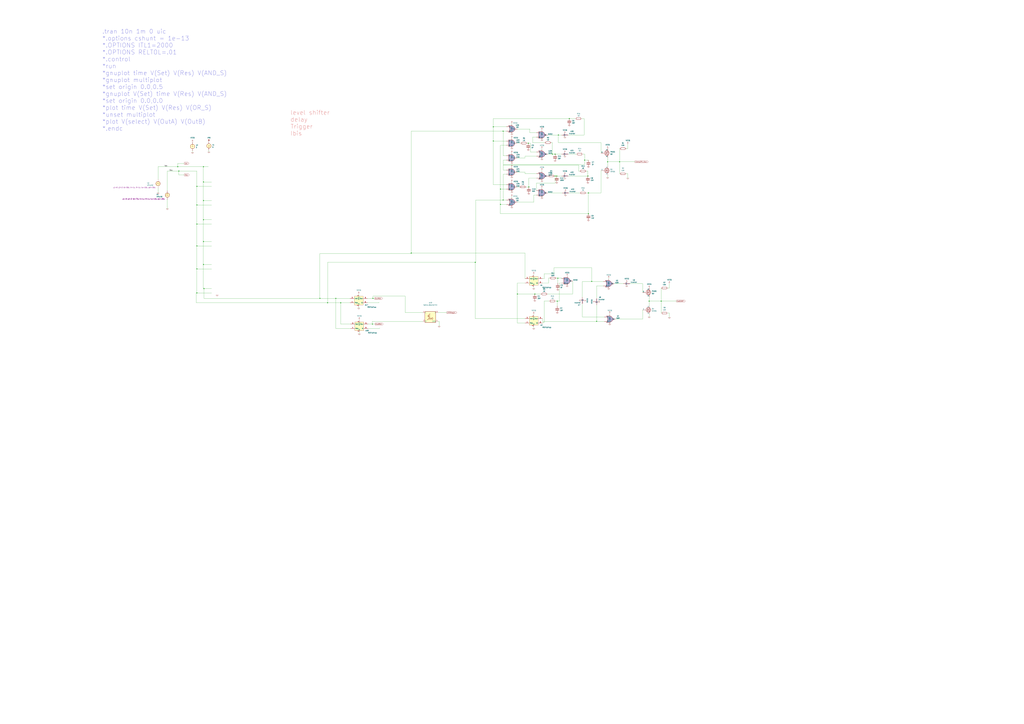
<source format=kicad_sch>
(kicad_sch (version 20230121) (generator eeschema)
  (paper "A0")
  (junction (at 581.025 219.71))
  (junction (at 228.6 216.535))
  (junction (at 682.625 204.47))
  (junction (at 380.365 351.79))
  (junction (at 584.2 232.41))
  (junction (at 371.475 346.71))
  (junction (at 648.335 156.845))
  (junction (at 433.07 346.71))
  (junction (at 236.22 211.455))
  (junction (at 621.03 341.63))
  (junction (at 647.065 349.885))
  (junction (at 581.025 237.49))
  (junction (at 228.6 238.125))
  (junction (at 705.485 187.96))
  (junction (at 646.43 204.47))
  (junction (at 692.785 373.38))
  (junction (at 236.22 280.67))
  (junction (at 228.6 285.75))
  (junction (at 584.2 152.4))
  (junction (at 236.22 233.045))
  (junction (at 551.815 304.8))
  (junction (at 678.815 186.055))
  (junction (at 206.375 193.675))
  (junction (at 641.35 179.07))
  (junction (at 644.525 204.47))
  (junction (at 389.89 346.71))
  (junction (at 683.26 248.285))
  (junction (at 767.715 349.885))
  (junction (at 207.645 198.755))
  (junction (at 236.22 193.675))
  (junction (at 613.41 166.37))
  (junction (at 753.745 349.885))
  (junction (at 614.045 217.17))
  (junction (at 395.605 351.79))
  (junction (at 644.525 179.07))
  (junction (at 600.71 341.63))
  (junction (at 572.77 147.32))
  (junction (at 647.7 323.215))
  (junction (at 661.035 137.795))
  (junction (at 228.6 312.42))
  (junction (at 228.6 340.36))
  (junction (at 236.855 335.28))
  (junction (at 572.77 163.83))
  (junction (at 719.455 187.96))
  (junction (at 236.22 307.34))
  (junction (at 432.435 376.555))
  (junction (at 683.26 224.155))
  (junction (at 477.52 294.005))
  (junction (at 687.07 327.025))
  (junction (at 228.6 260.35))
  (junction (at 236.22 255.27))
  (wire (pts (xy 477.52 294.005) (xy 477.52 294.64)))
  (wire (pts (xy 236.22 193.675) (xy 241.935 193.675)))
  (wire (pts (xy 708.025 375.92) (xy 708.025 376.555)))
  (wire (pts (xy 644.525 212.725) (xy 644.525 204.47)))
  (wire (pts (xy 470.535 344.17) (xy 433.07 344.17)))
  (wire (pts (xy 629.285 209.55) (xy 629.285 210.185)))
  (wire (pts (xy 629.285 151.13) (xy 629.285 151.765)))
  (wire (pts (xy 687.07 327.025) (xy 676.275 327.025)))
  (wire (pts (xy 719.455 187.96) (xy 719.455 201.93)))
  (wire (pts (xy 676.275 368.3) (xy 701.675 368.3)))
  (wire (pts (xy 678.815 186.055) (xy 683.26 186.055)))
  (wire (pts (xy 714.375 370.84) (xy 746.125 370.84)))
  (wire (pts (xy 416.56 341.63) (xy 416.56 342.9)))
  (wire (pts (xy 615.95 166.37) (xy 615.95 176.53)))
  (wire (pts (xy 658.495 320.675) (xy 658.495 321.31)))
  (wire (pts (xy 194.31 198.755) (xy 194.31 221.615)))
  (wire (pts (xy 609.6 200.025) (xy 609.6 201.93)))
  (wire (pts (xy 644.525 204.47) (xy 646.43 204.47)))
  (wire (pts (xy 572.77 137.795) (xy 572.77 147.32)))
  (wire (pts (xy 581.025 248.285) (xy 683.26 248.285)))
  (wire (pts (xy 635.635 224.155) (xy 652.78 224.155)))
  (wire (pts (xy 600.71 328.93) (xy 609.6 328.93)))
  (wire (pts (xy 706.755 323.215) (xy 706.755 324.485)))
  (wire (pts (xy 426.72 346.71) (xy 433.07 346.71)))
  (wire (pts (xy 417.195 371.475) (xy 417.195 372.745)))
  (wire (pts (xy 594.36 160.655) (xy 594.36 161.29)))
  (wire (pts (xy 245.745 233.045) (xy 236.22 233.045)))
  (wire (pts (xy 584.2 186.055) (xy 584.2 191.135)))
  (wire (pts (xy 609.6 201.93) (xy 622.935 201.93)))
  (wire (pts (xy 594.36 177.8) (xy 594.36 178.435)))
  (wire (pts (xy 227.965 340.36) (xy 227.965 351.79)))
  (wire (pts (xy 659.765 156.845) (xy 678.18 156.845)))
  (wire (pts (xy 629.285 229.235) (xy 629.285 229.87)))
  (wire (pts (xy 622.935 159.385) (xy 618.49 159.385)))
  (wire (pts (xy 643.89 204.47) (xy 644.525 204.47)))
  (wire (pts (xy 777.24 368.935) (xy 777.24 363.855)))
  (wire (pts (xy 644.525 179.07) (xy 652.145 179.07)))
  (wire (pts (xy 440.69 381) (xy 440.69 381.635)))
  (wire (pts (xy 615.95 176.53) (xy 622.935 176.53)))
  (wire (pts (xy 395.605 376.555) (xy 395.605 351.79)))
  (wire (pts (xy 612.14 166.37) (xy 613.41 166.37)))
  (wire (pts (xy 581.025 219.71) (xy 581.025 168.91)))
  (wire (pts (xy 183.515 218.44) (xy 183.515 224.155)))
  (wire (pts (xy 636.905 328.93) (xy 629.92 328.93)))
  (wire (pts (xy 236.22 280.67) (xy 236.22 307.34)))
  (wire (pts (xy 731.52 329.565) (xy 746.125 329.565)))
  (wire (pts (xy 490.855 373.38) (xy 432.435 373.38)))
  (wire (pts (xy 640.08 165.735) (xy 641.35 165.735)))
  (wire (pts (xy 708.025 364.49) (xy 708.025 365.76)))
  (wire (pts (xy 753.745 365.125) (xy 753.745 368.3)))
  (wire (pts (xy 719.455 187.96) (xy 705.485 187.96)))
  (wire (pts (xy 614.045 207.01) (xy 614.045 217.17)))
  (wire (pts (xy 509.905 379.095) (xy 509.905 373.38)))
  (wire (pts (xy 664.845 326.39) (xy 664.845 341.63)))
  (wire (pts (xy 629.92 323.85) (xy 631.825 323.85)))
  (wire (pts (xy 594.36 205.105) (xy 594.36 205.74)))
  (wire (pts (xy 658.495 331.47) (xy 658.495 332.105)))
  (wire (pts (xy 584.2 197.485) (xy 584.2 191.77)))
  (wire (pts (xy 621.03 341.63) (xy 600.71 341.63)))
  (wire (pts (xy 619.76 318.77) (xy 619.76 320.04)))
  (wire (pts (xy 643.255 318.135) (xy 643.255 311.15)))
  (wire (pts (xy 680.72 224.155) (xy 683.26 224.155)))
  (wire (pts (xy 647.065 349.885) (xy 647.065 355.6)))
  (wire (pts (xy 655.955 180.34) (xy 655.955 181.61)))
  (wire (pts (xy 609.6 183.515) (xy 609.6 181.61)))
  (wire (pts (xy 629.285 172.72) (xy 629.285 173.99)))
  (wire (pts (xy 584.2 180.975) (xy 584.2 152.4)))
  (wire (pts (xy 746.125 339.725) (xy 746.125 329.565)))
  (wire (pts (xy 728.98 201.93) (xy 727.075 201.93)))
  (wire (pts (xy 700.405 332.105) (xy 692.785 332.105)))
  (wire (pts (xy 594.36 228.6) (xy 594.36 229.87)))
  (wire (pts (xy 581.025 168.91) (xy 588.01 168.91)))
  (wire (pts (xy 635.635 204.47) (xy 636.27 204.47)))
  (wire (pts (xy 236.855 335.28) (xy 236.855 346.71)))
  (wire (pts (xy 206.375 193.675) (xy 236.22 193.675)))
  (wire (pts (xy 649.605 349.885) (xy 649.605 328.93)))
  (wire (pts (xy 432.435 373.38) (xy 432.435 376.555)))
  (wire (pts (xy 628.015 341.63) (xy 621.03 341.63)))
  (wire (pts (xy 572.77 147.32) (xy 588.01 147.32)))
  (wire (pts (xy 245.745 307.34) (xy 236.22 307.34)))
  (wire (pts (xy 713.105 329.565) (xy 723.9 329.565)))
  (wire (pts (xy 652.145 323.215) (xy 652.145 323.85)))
  (wire (pts (xy 705.485 187.96) (xy 705.485 193.04)))
  (wire (pts (xy 676.91 179.07) (xy 678.815 179.07)))
  (wire (pts (xy 440.055 351.155) (xy 440.055 351.79)))
  (wire (pts (xy 652.145 323.215) (xy 647.7 323.215)))
  (wire (pts (xy 236.22 255.27) (xy 236.22 233.045)))
  (wire (pts (xy 245.745 312.42) (xy 228.6 312.42)))
  (wire (pts (xy 659.765 204.47) (xy 682.625 204.47)))
  (wire (pts (xy 767.715 349.885) (xy 767.715 363.855)))
  (wire (pts (xy 692.785 332.105) (xy 692.785 346.71)))
  (wire (pts (xy 228.6 216.535) (xy 228.6 198.755)))
  (wire (pts (xy 643.255 311.15) (xy 687.07 311.15)))
  (wire (pts (xy 610.87 217.17) (xy 614.045 217.17)))
  (wire (pts (xy 719.455 172.72) (xy 719.455 187.96)))
  (wire (pts (xy 629.92 373.38) (xy 629.92 370.205)))
  (wire (pts (xy 777.24 363.855) (xy 775.335 363.855)))
  (wire (pts (xy 380.365 351.79) (xy 380.365 304.8)))
  (wire (pts (xy 600.71 149.86) (xy 615.315 149.86)))
  (wire (pts (xy 228.6 285.75) (xy 245.745 285.75)))
  (wire (pts (xy 371.475 294.64) (xy 371.475 346.71)))
  (wire (pts (xy 785.495 349.885) (xy 767.715 349.885)))
  (wire (pts (xy 678.815 186.055) (xy 678.815 191.135)))
  (wire (pts (xy 629.285 161.925) (xy 629.285 162.56)))
  (wire (pts (xy 194.31 198.755) (xy 207.645 198.755)))
  (wire (pts (xy 683.26 224.155) (xy 683.26 248.285)))
  (wire (pts (xy 622.935 212.725) (xy 622.935 221.615)))
  (wire (pts (xy 584.2 197.485) (xy 588.01 197.485)))
  (wire (pts (xy 245.745 340.36) (xy 228.6 340.36)))
  (wire (pts (xy 594.36 171.45) (xy 594.36 172.085)))
  (wire (pts (xy 728.98 207.01) (xy 728.98 201.93)))
  (wire (pts (xy 236.855 346.71) (xy 371.475 346.71)))
  (wire (pts (xy 697.865 198.12) (xy 697.865 224.155)))
  (wire (pts (xy 228.6 238.125) (xy 228.6 260.35)))
  (wire (pts (xy 581.025 248.285) (xy 581.025 237.49)))
  (wire (pts (xy 630.555 375.285) (xy 629.92 375.285)))
  (wire (pts (xy 629.285 198.12) (xy 629.285 199.39)))
  (wire (pts (xy 656.59 225.425) (xy 656.59 226.695)))
  (wire (pts (xy 594.36 240.03) (xy 594.36 240.665)))
  (wire (pts (xy 619.76 381.635) (xy 619.76 379.095)))
  (wire (pts (xy 622.935 212.725) (xy 644.525 212.725)))
  (wire (pts (xy 600.71 234.95) (xy 619.76 234.95)))
  (wire (pts (xy 767.715 349.885) (xy 753.745 349.885)))
  (wire (pts (xy 427.355 381.635) (xy 440.69 381.635)))
  (wire (pts (xy 206.375 189.865) (xy 213.995 189.865)))
  (wire (pts (xy 638.175 323.215) (xy 636.905 323.215)))
  (wire (pts (xy 426.72 351.79) (xy 440.055 351.79)))
  (wire (pts (xy 622.935 226.695) (xy 619.76 226.695)))
  (wire (pts (xy 609.6 294.005) (xy 477.52 294.005)))
  (wire (pts (xy 676.275 327.025) (xy 676.275 345.44)))
  (wire (pts (xy 588.01 186.055) (xy 584.2 186.055)))
  (wire (pts (xy 655.955 205.74) (xy 655.955 207.01)))
  (wire (pts (xy 427.355 376.555) (xy 432.435 376.555)))
  (wire (pts (xy 588.01 214.63) (xy 572.77 214.63)))
  (wire (pts (xy 613.41 166.37) (xy 615.95 166.37)))
  (wire (pts (xy 678.18 137.795) (xy 678.18 156.845)))
  (wire (pts (xy 631.825 349.885) (xy 637.54 349.885)))
  (wire (pts (xy 417.195 387.985) (xy 417.195 385.445)))
  (wire (pts (xy 643.255 318.135) (xy 631.825 318.135)))
  (wire (pts (xy 588.01 163.83) (xy 572.77 163.83)))
  (wire (pts (xy 609.6 181.61) (xy 622.935 181.61)))
  (wire (pts (xy 490.855 363.22) (xy 470.535 363.22)))
  (wire (pts (xy 645.795 323.215) (xy 647.7 323.215)))
  (wire (pts (xy 206.375 189.865) (xy 206.375 193.675)))
  (wire (pts (xy 509.905 373.38) (xy 508.635 373.38)))
  (wire (pts (xy 629.285 184.15) (xy 629.285 184.785)))
  (wire (pts (xy 648.335 156.845) (xy 648.335 165.735)))
  (wire (pts (xy 416.56 358.14) (xy 416.56 355.6)))
  (wire (pts (xy 551.815 370.205) (xy 551.815 304.8)))
  (wire (pts (xy 477.52 294.64) (xy 371.475 294.64)))
  (wire (pts (xy 552.45 232.41) (xy 584.2 232.41)))
  (wire (pts (xy 236.22 280.67) (xy 245.745 280.67)))
  (wire (pts (xy 660.4 224.155) (xy 673.1 224.155)))
  (wire (pts (xy 619.76 365.125) (xy 619.76 366.395)))
  (wire (pts (xy 600.71 166.37) (xy 604.52 166.37)))
  (wire (pts (xy 629.92 373.38) (xy 692.785 373.38)))
  (wire (pts (xy 635.635 179.07) (xy 641.35 179.07)))
  (wire (pts (xy 432.435 376.555) (xy 435.61 376.555)))
  (wire (pts (xy 508.635 363.22) (xy 518.795 363.22)))
  (wire (pts (xy 236.22 211.455) (xy 245.745 211.455)))
  (wire (pts (xy 630.555 374.65) (xy 630.555 375.285)))
  (wire (pts (xy 407.035 376.555) (xy 395.605 376.555)))
  (wire (pts (xy 753.745 349.885) (xy 753.745 354.965)))
  (wire (pts (xy 727.075 172.72) (xy 728.98 172.72)))
  (wire (pts (xy 600.71 375.285) (xy 609.6 375.285)))
  (wire (pts (xy 682.625 198.755) (xy 682.625 204.47)))
  (wire (pts (xy 194.31 231.775) (xy 194.31 242.57)))
  (wire (pts (xy 236.22 255.27) (xy 236.22 280.67)))
  (wire (pts (xy 629.285 218.44) (xy 629.285 219.075)))
  (wire (pts (xy 236.22 193.675) (xy 236.22 211.455)))
  (wire (pts (xy 706.755 334.645) (xy 706.755 335.28)))
  (wire (pts (xy 572.77 137.795) (xy 661.035 137.795)))
  (wire (pts (xy 697.865 177.8) (xy 697.865 165.735)))
  (wire (pts (xy 227.965 340.36) (xy 228.6 340.36)))
  (wire (pts (xy 649.605 328.93) (xy 652.145 328.93)))
  (wire (pts (xy 594.36 222.25) (xy 594.36 222.885)))
  (wire (pts (xy 236.855 335.28) (xy 236.22 335.28)))
  (wire (pts (xy 648.335 165.735) (xy 697.865 165.735)))
  (wire (pts (xy 680.72 198.755) (xy 682.625 198.755)))
  (wire (pts (xy 622.935 207.01) (xy 614.045 207.01)))
  (wire (pts (xy 183.515 193.675) (xy 206.375 193.675)))
  (wire (pts (xy 600.71 183.515) (xy 609.6 183.515)))
  (wire (pts (xy 183.515 193.675) (xy 183.515 208.28)))
  (wire (pts (xy 694.055 350.52) (xy 695.325 350.52)))
  (wire (pts (xy 584.2 232.41) (xy 588.01 232.41)))
  (wire (pts (xy 245.745 255.27) (xy 236.22 255.27)))
  (wire (pts (xy 692.785 354.33) (xy 692.785 373.38)))
  (wire (pts (xy 775.335 334.645) (xy 777.24 334.645)))
  (wire (pts (xy 584.2 191.135) (xy 678.815 191.135)))
  (wire (pts (xy 647.7 323.215) (xy 647.7 328.93)))
  (wire (pts (xy 594.36 154.94) (xy 594.36 155.575)))
  (wire (pts (xy 631.825 349.885) (xy 631.825 374.65)))
  (wire (pts (xy 477.52 152.4) (xy 584.2 152.4)))
  (wire (pts (xy 676.275 353.06) (xy 676.275 368.3)))
  (wire (pts (xy 609.6 323.85) (xy 609.6 294.005)))
  (wire (pts (xy 675.005 349.25) (xy 673.735 349.25)))
  (wire (pts (xy 647.065 349.885) (xy 649.605 349.885)))
  (wire (pts (xy 572.77 214.63) (xy 572.77 163.83)))
  (wire (pts (xy 594.36 143.51) (xy 594.36 144.78)))
  (wire (pts (xy 433.07 344.17) (xy 433.07 346.71)))
  (wire (pts (xy 588.01 180.975) (xy 584.2 180.975)))
  (wire (pts (xy 581.025 237.49) (xy 581.025 219.71)))
  (wire (pts (xy 635.635 156.845) (xy 648.335 156.845)))
  (wire (pts (xy 705.485 187.96) (xy 705.485 182.88)))
  (wire (pts (xy 581.025 219.71) (xy 588.01 219.71)))
  (wire (pts (xy 552.45 304.8) (xy 552.45 232.41)))
  (wire (pts (xy 687.07 311.15) (xy 687.07 327.025)))
  (wire (pts (xy 692.785 373.38) (xy 701.675 373.38)))
  (wire (pts (xy 728.98 172.72) (xy 728.98 167.64)))
  (wire (pts (xy 228.6 260.35) (xy 228.6 285.75)))
  (wire (pts (xy 407.035 381.635) (xy 389.89 381.635)))
  (wire (pts (xy 594.36 188.595) (xy 594.36 189.23)))
  (wire (pts (xy 477.52 152.4) (xy 477.52 294.005)))
  (wire (pts (xy 600.71 341.63) (xy 600.71 328.93)))
  (wire (pts (xy 395.605 351.79) (xy 406.4 351.79)))
  (wire (pts (xy 659.765 179.07) (xy 669.29 179.07)))
  (wire (pts (xy 630.555 374.65) (xy 631.825 374.65)))
  (wire (pts (xy 705.485 203.2) (xy 705.485 206.375)))
  (wire (pts (xy 697.865 224.155) (xy 683.26 224.155)))
  (wire (pts (xy 389.89 346.71) (xy 406.4 346.71)))
  (wire (pts (xy 588.01 202.565) (xy 584.2 202.565)))
  (wire (pts (xy 641.35 165.735) (xy 641.35 179.07)))
  (wire (pts (xy 635.635 341.63) (xy 664.845 341.63)))
  (wire (pts (xy 380.365 351.79) (xy 395.605 351.79)))
  (wire (pts (xy 645.16 349.885) (xy 647.065 349.885)))
  (wire (pts (xy 228.6 216.535) (xy 245.745 216.535)))
  (wire (pts (xy 389.89 381.635) (xy 389.89 346.71)))
  (wire (pts (xy 594.36 194.31) (xy 594.36 194.945)))
  (wire (pts (xy 245.745 238.125) (xy 228.6 238.125)))
  (wire (pts (xy 618.49 159.385) (xy 618.49 165.735)))
  (wire (pts (xy 600.71 341.63) (xy 600.71 375.285)))
  (wire (pts (xy 631.825 318.135) (xy 631.825 323.85)))
  (wire (pts (xy 207.645 198.755) (xy 228.6 198.755)))
  (wire (pts (xy 641.35 179.07) (xy 644.525 179.07)))
  (wire (pts (xy 594.36 211.455) (xy 594.36 212.09)))
  (wire (pts (xy 687.07 327.025) (xy 700.405 327.025)))
  (wire (pts (xy 668.02 137.795) (xy 661.035 137.795)))
  (wire (pts (xy 236.22 307.34) (xy 236.22 335.28)))
  (wire (pts (xy 228.6 285.75) (xy 228.6 312.42)))
  (wire (pts (xy 228.6 238.125) (xy 228.6 216.535)))
  (wire (pts (xy 245.745 335.28) (xy 236.855 335.28)))
  (wire (pts (xy 615.315 154.305) (xy 622.935 154.305)))
  (wire (pts (xy 655.955 158.115) (xy 655.955 159.385)))
  (wire (pts (xy 671.83 198.755) (xy 673.1 198.755)))
  (wire (pts (xy 619.76 335.28) (xy 619.76 332.74)))
  (wire (pts (xy 767.715 334.645) (xy 767.715 349.885)))
  (wire (pts (xy 746.125 360.045) (xy 746.125 370.84)))
  (wire (pts (xy 227.965 351.79) (xy 380.365 351.79)))
  (wire (pts (xy 777.24 334.645) (xy 777.24 329.565)))
  (wire (pts (xy 213.995 203.2) (xy 207.645 203.2)))
  (wire (pts (xy 678.18 137.795) (xy 675.64 137.795)))
  (wire (pts (xy 646.43 204.47) (xy 652.145 204.47)))
  (wire (pts (xy 572.77 163.83) (xy 572.77 147.32)))
  (wire (pts (xy 551.815 370.205) (xy 609.6 370.205)))
  (wire (pts (xy 648.335 156.845) (xy 652.145 156.845)))
  (wire (pts (xy 380.365 304.8) (xy 551.815 304.8)))
  (wire (pts (xy 245.745 260.35) (xy 228.6 260.35)))
  (wire (pts (xy 619.76 226.695) (xy 619.76 234.95)))
  (wire (pts (xy 242.57 176.53) (xy 242.57 174.625)))
  (wire (pts (xy 207.645 203.2) (xy 207.645 198.755)))
  (wire (pts (xy 470.535 363.22) (xy 470.535 344.17)))
  (wire (pts (xy 636.905 323.215) (xy 636.905 328.93)))
  (wire (pts (xy 618.49 165.735) (xy 632.46 165.735)))
  (wire (pts (xy 584.2 191.77) (xy 671.83 191.77)))
  (wire (pts (xy 371.475 346.71) (xy 389.89 346.71)))
  (wire (pts (xy 551.815 304.8) (xy 552.45 304.8)))
  (wire (pts (xy 737.235 187.96) (xy 719.455 187.96)))
  (wire (pts (xy 581.025 237.49) (xy 588.01 237.49)))
  (wire (pts (xy 223.52 177.165) (xy 223.52 175.26)))
  (wire (pts (xy 584.2 202.565) (xy 584.2 232.41)))
  (wire (pts (xy 600.71 217.17) (xy 603.25 217.17)))
  (wire (pts (xy 433.07 346.71) (xy 434.975 346.71)))
  (wire (pts (xy 228.6 312.42) (xy 228.6 340.36)))
  (wire (pts (xy 753.745 349.885) (xy 753.745 344.805)))
  (wire (pts (xy 236.22 233.045) (xy 236.22 211.455)))
  (wire (pts (xy 727.71 330.835) (xy 727.71 332.105)))
  (wire (pts (xy 615.315 149.86) (xy 615.315 154.305)))
  (wire (pts (xy 678.815 179.07) (xy 678.815 186.055)))
  (wire (pts (xy 584.2 152.4) (xy 588.01 152.4)))
  (wire (pts (xy 671.83 191.77) (xy 671.83 198.755)))
  (wire (pts (xy 600.71 200.025) (xy 609.6 200.025)))
  (text ".tran 10n 1m 0 uic\n*.options cshunt = 1e-13\n*.OPTIONS ITL1=2000\n*.OPTIONS RELTOL=.01\n*.control\n*run\n*gnuplot time V(Set) V(Res) V(AND_S)\n*gnuplot multiplot\n*set origin 0.0,0.5\n*gnuplot V(Set) time V(Res) V(AND_S)\n*set origin 0.0,0.0\n*plot time V(Set) V(Res) V(OR_S)\n*unset multiplot\n*plot V(select) V(OutA) V(OutB)\n*.endc" (at 118.745 152.4 0) (effects (font (size 5.0038 5.0038)) (justify left bottom)))
  (text "level shifter\ndelay\nTrigger\nIbis" (at 337.185 158.115 0) (effects (font (size 5 5)) (justify left bottom)))
  (label "Set" (at 191.135 193.675 0))
  (label "Res" (at 196.85 198.755 0))
  (global_label "OutRS3" (shape output) (at 435.61 376.555 0) (property "Intersheetrefs" "${INTERSHEET_REFS}" (effects hide)))
  (global_label "Res" (shape output) (at 213.995 203.2 0) (property "Intersheetrefs" "${INTERSHEET_REFS}" (effects hide)))
  (global_label "CP2Magic" (shape output) (at 518.795 363.22 0) (property "Intersheetrefs" "${INTERSHEET_REFS}" (effects hide)))
  (global_label "Set" (shape output) (at 213.995 189.865 0) (property "Intersheetrefs" "${INTERSHEET_REFS}" (effects hide)))
  (global_label "CoOOMP" (shape output) (at 785.495 349.885 0) (property "Intersheetrefs" "${INTERSHEET_REFS}" (effects hide)))
  (global_label "Comp2PLLOut" (shape output) (at 737.235 187.96 0) (property "Intersheetrefs" "${INTERSHEET_REFS}" (effects hide)))
  (global_label "OutRS2" (shape output) (at 434.975 346.71 0) (property "Intersheetrefs" "${INTERSHEET_REFS}" (effects hide)))
  (symbol (lib_id "power:VCCQ") (at 691.515 350.52 90) (unit 1)
    (property "Reference" "#PWR08" (effects hide))
    (property "Value" "VCCQ" (at 687.07 350.52 0))
  )
  (symbol (lib_id "Simulation_SPICE:VDC") (at 223.52 170.18 0) (unit 1)
    (property "Reference" "V2" (at 227.33 168.7802 0) (effects (justify left)))
    (property "Value" "5" (at 227.33 171.3202 0) (effects (justify left)))
    (property "Sim.Pins" "1=+ 2=-" (effects hide))
    (property "Sim.Type" "DC" (effects hide))
    (property "Sim.Device" "V" (effects hide))
  )
  (symbol (lib_id "Switch_Behavior_003_TFN-rescue:0-pspice") (at 705.485 206.375 0) (unit 1)
    (property "Reference" "#GND012" (effects hide))
    (property "Value" "0" (effects hide))
  )
  (symbol (lib_id "power:VCCQ") (at 629.285 198.12 0) (unit 1)
    (property "Reference" "#PWR032" (effects hide))
    (property "Value" "VCCQ" (at 629.285 194.31 0))
  )
  (symbol (lib_id "power:VCCQ") (at 677.545 349.25 270) (unit 1)
    (property "Reference" "#PWR09" (effects hide))
    (property "Value" "VCCQ" (at 681.99 349.25 0))
  )
  (symbol (lib_id "power:VCCQ") (at 594.36 228.6 0) (unit 1)
    (property "Reference" "#PWR024" (effects hide))
    (property "Value" "VCCQ" (at 598.17 227.965 0))
  )
  (symbol (lib_id "power:VCCQ") (at 629.285 218.44 0) (unit 1)
    (property "Reference" "#PWR030" (effects hide))
    (property "Value" "VCCQ" (at 629.285 214.63 0))
  )
  (symbol (lib_id "Switch_Behavior_003_TFN-rescue:0-pspice") (at 629.285 162.56 0) (unit 1)
    (property "Reference" "#GND036" (effects hide))
    (property "Value" "0" (effects hide))
  )
  (symbol (lib_id "Simulation_SPICE:VPULSE") (at 194.31 226.695 0) (unit 1)
    (property "Reference" "V4" (at 181.61 226.06 0) (effects (justify left)))
    (property "Value" "VPULSE" (at 181.61 228.6 0) (effects (justify left)))
    (property "Sim.Pins" "1=+ 2=-" (effects hide))
    (property "Sim.Type" "PULSE" (effects hide))
    (property "Sim.Device" "V" (effects hide))
    (property "Sim.Params" "y1=0 y2=3 td=75u tr=1u tf=1u tw=10u per=30u" (at 142.24 231.14 0) (effects (justify left)))
  )
  (symbol (lib_id "Switch_Behavior_003_TFN-rescue:0-pspice") (at 613.41 173.99 0) (unit 1)
    (property "Reference" "#GND048" (effects hide))
    (property "Value" "0" (effects hide))
  )
  (symbol (lib_id "power:VCCQ") (at 594.36 177.8 0) (unit 1)
    (property "Reference" "#PWR026" (effects hide))
    (property "Value" "VCCQ" (at 598.805 177.165 0))
  )
  (symbol (lib_id "0xActiveSpice:AND") (at 594.36 183.515 0) (unit 1)
    (property "Reference" "U23" (at 601.345 179.8671 0))
    (property "Value" "AND" (at 601.345 182.4071 0))
    (property "Sim.Library" "${ACTIVESPICE}\\ActiveSpiceModel\\MOD_AND_Activetronics_001_TFN.lib" (effects hide))
    (property "Sim.Name" "ANDgate" (effects hide))
    (property "Sim.Device" "SUBCKT" (effects hide))
    (property "Sim.Pins" "1=VCC 2=G 3=A 4=B 5=S" (effects hide))
  )
  (symbol (lib_id "0xActiveSpice:AND") (at 594.36 217.17 0) (unit 1)
    (property "Reference" "U25" (at 601.345 213.5221 0))
    (property "Value" "AND" (at 601.345 216.0621 0))
    (property "Sim.Library" "${ACTIVESPICE}\\ActiveSpiceModel\\MOD_AND_Activetronics_001_TFN.lib" (effects hide))
    (property "Sim.Name" "ANDgate" (effects hide))
    (property "Sim.Device" "SUBCKT" (effects hide))
    (property "Sim.Pins" "1=VCC 2=G 3=A 4=B 5=S" (effects hide))
  )
  (symbol (lib_id "Simulation_SPICE:VDC") (at 242.57 169.545 180) (unit 1)
    (property "Reference" "V1" (at 246.38 168.4048 0) (effects (justify right)))
    (property "Value" "5" (at 246.38 170.9448 0) (effects (justify right)))
    (property "Sim.Pins" "1=+ 2=-" (effects hide))
    (property "Sim.Type" "DC" (effects hide))
    (property "Sim.Device" "V" (effects hide))
  )
  (symbol (lib_id "Switch_Behavior_003_TFN-rescue:0-pspice") (at 646.43 212.09 0) (unit 1)
    (property "Reference" "#GND053" (effects hide))
    (property "Value" "0" (effects hide))
  )
  (symbol (lib_id "Switch_Behavior_003_TFN-rescue:0-pspice") (at 594.36 240.665 0) (unit 1)
    (property "Reference" "#GND031" (effects hide))
    (property "Value" "0" (effects hide))
  )
  (symbol (lib_name "74LVC1GU04DRL_2") (lib_id "74xGxx:74LVC1GU04DRL") (at 416.56 349.25 0) (unit 1)
    (property "Reference" "U17" (at 425.45 354.33 0))
    (property "Value" "RSFlipFlop" (at 431.8 356.87 0))
    (property "Sim.Library" "D:\\0100-Kicad-ActiveSpice\\ActiveSpice\\ActiveSpiceModel\\MOD_RSFlipFlop_Activetronics_001_TFN.lib" (effects hide))
    (property "Sim.Name" "RSFlipFlop" (effects hide))
    (property "Sim.Device" "SUBCKT" (effects hide))
    (property "Sim.Pins" "1=VCC 2=G 3=Set 4=Res 5=Out 6=Q" (effects hide))
  )
  (symbol (lib_id "Switch_Behavior_003_TFN-rescue:0-pspice") (at 594.36 155.575 0) (unit 1)
    (property "Reference" "#GND030" (effects hide))
    (property "Value" "0" (effects hide))
  )
  (symbol (lib_id "Device:C") (at 613.41 170.18 0) (unit 1)
    (property "Reference" "C5" (at 617.22 168.91 0) (effects (justify left)))
    (property "Value" "5f" (at 617.22 171.45 0) (effects (justify left)))
  )
  (symbol (lib_id "Device:R") (at 723.265 201.93 90) (unit 1)
    (property "Reference" "R2" (at 723.265 195.58 90))
    (property "Value" "10K" (at 723.265 198.12 90))
  )
  (symbol (lib_id "Device:R") (at 636.27 165.735 90) (unit 1)
    (property "Reference" "R3" (at 636.27 160.02 90))
    (property "Value" "10" (at 636.27 162.56 90))
  )
  (symbol (lib_id "power:VCCQ") (at 728.98 167.64 0) (unit 1)
    (property "Reference" "#PWR011" (effects hide))
    (property "Value" "VCCQ" (at 728.98 163.195 0))
  )
  (symbol (lib_id "Switch_Behavior_003_TFN-rescue:0-pspice") (at 661.035 145.415 0) (unit 1)
    (property "Reference" "#GND044" (effects hide))
    (property "Value" "0" (effects hide))
  )
  (symbol (lib_id "power:VSS") (at 242.57 164.465 0) (unit 1)
    (property "Reference" "#PWR01" (effects hide))
    (property "Value" "VSS" (at 242.57 160.02 0))
  )
  (symbol (lib_id "Switch_Behavior_003_TFN-rescue:0-pspice") (at 753.745 368.3 0) (unit 1)
    (property "Reference" "#GND016" (effects hide))
    (property "Value" "0" (effects hide))
  )
  (symbol (lib_id "Switch_Behavior_003_TFN-rescue:0-pspice") (at 619.76 335.28 0) (unit 1)
    (property "Reference" "#GND03" (effects hide))
    (property "Value" "0" (effects hide))
  )
  (symbol (lib_id "Device:C") (at 683.26 252.095 0) (unit 1)
    (property "Reference" "C9" (at 686.435 250.825 0) (effects (justify left)))
    (property "Value" "15f" (at 686.435 253.365 0) (effects (justify left)))
  )
  (symbol (lib_id "Device:R") (at 640.08 204.47 90) (unit 1)
    (property "Reference" "R4" (at 640.08 198.755 90))
    (property "Value" "10" (at 640.08 201.295 90))
  )
  (symbol (lib_id "Switch_Behavior_003_TFN-rescue:0-pspice") (at 629.285 184.785 0) (unit 1)
    (property "Reference" "#GND038" (effects hide))
    (property "Value" "0" (effects hide))
  )
  (symbol (lib_id "power:VCCQ") (at 705.485 172.72 0) (unit 1)
    (property "Reference" "#PWR010" (effects hide))
    (property "Value" "VCCQ" (at 705.485 168.275 0))
  )
  (symbol (lib_id "Switch_Behavior_003_TFN-rescue:0-pspice") (at 416.56 358.14 0) (unit 1)
    (property "Reference" "#GND027" (effects hide))
    (property "Value" "0" (effects hide))
  )
  (symbol (lib_id "Device:R") (at 723.265 172.72 90) (unit 1)
    (property "Reference" "R1" (at 723.265 166.37 90))
    (property "Value" "10K" (at 723.265 168.91 90))
  )
  (symbol (lib_id "power:VCCQ") (at 706.755 323.215 0) (unit 1)
    (property "Reference" "#PWR05" (effects hide))
    (property "Value" "VCCQ" (at 706.755 319.405 0))
  )
  (symbol (lib_name "74LVC1GU04DRL_2") (lib_id "74xGxx:74LVC1GU04DRL") (at 619.76 372.745 0) (unit 1)
    (property "Reference" "U2" (at 628.65 377.825 0))
    (property "Value" "RSFlipFlop" (at 635 380.365 0))
    (property "Sim.Library" "D:\\0100-Kicad-ActiveSpice\\ActiveSpice\\ActiveSpiceModel\\MOD_RSFlipFlop_Activetronics_001_TFN.lib" (effects hide))
    (property "Sim.Name" "RSFlipFlop" (effects hide))
    (property "Sim.Device" "SUBCKT" (effects hide))
    (property "Sim.Pins" "1=VCC 2=G 3=Set 4=Res 5=Out 6=Q" (effects hide))
  )
  (symbol (lib_id "power:VCCQ") (at 727.71 328.295 0) (unit 1)
    (property "Reference" "#PWR07" (effects hide))
    (property "Value" "VCCQ" (at 727.71 323.85 0))
  )
  (symbol (lib_id "power:VCCQ") (at 753.745 334.645 0) (unit 1)
    (property "Reference" "#PWR014" (effects hide))
    (property "Value" "VCCQ" (at 753.745 330.2 0))
  )
  (symbol (lib_id "Switch_Behavior_003_TFN-rescue:0-pspice") (at 682.625 212.09 0) (unit 1)
    (property "Reference" "#GND046" (effects hide))
    (property "Value" "0" (effects hide))
  )
  (symbol (lib_id "0xActiveSpice:NOR") (at 706.755 329.565 0) (unit 1)
    (property "Reference" "U3" (at 716.28 325.9171 0))
    (property "Value" "NOR" (at 716.28 328.4571 0))
    (property "Sim.Library" "${ACTIVESPICE}\\ActiveSpiceModel\\MOD_NOR_Activetronics_001_TFN.lib" (effects hide))
    (property "Sim.Name" "NOR_GATE" (effects hide))
    (property "Sim.Device" "SUBCKT" (effects hide))
    (property "Sim.Pins" "1=VCC 2=G 3=A 4=B 5=S" (effects hide))
  )
  (symbol (lib_id "Switch_Behavior_003_TFN-rescue:0-pspice") (at 683.26 193.675 0) (unit 1)
    (property "Reference" "#GND045" (effects hide))
    (property "Value" "0" (effects hide))
  )
  (symbol (lib_id "Simulation_SPICE:PMOS") (at 702.945 177.8 0) (mirror x) (unit 1)
    (property "Reference" "Q2" (at 708.66 179.07 0) (effects (justify left)))
    (property "Value" "PMOS" (at 708.66 176.53 0) (effects (justify left)))
    (property "Datasheet" "https://ngspice.sourceforge.io/docs/ngspice-manual.pdf" (effects hide))
    (property "Sim.Device" "PMOS" (effects hide))
    (property "Sim.Type" "VDMOS" (effects hide))
    (property "Sim.Pins" "1=D 2=G 3=S" (effects hide))
    (property "Sim.Params" "vto=0.3" (effects hide))
  )
  (symbol (lib_id "Switch_Behavior_003_TFN-rescue:0-pspice") (at 194.31 242.57 0) (unit 1)
    (property "Reference" "#GND07" (effects hide))
    (property "Value" "0" (effects hide))
  )
  (symbol (lib_id "Switch_Behavior_003_TFN-rescue:0-pspice") (at 647.7 336.55 0) (unit 1)
    (property "Reference" "#GND020" (effects hide))
    (property "Value" "0" (effects hide))
  )
  (symbol (lib_id "Device:C") (at 644.525 182.88 0) (unit 1)
    (property "Reference" "C11" (at 647.7 181.61 0) (effects (justify left)))
    (property "Value" "50f" (at 647.7 184.15 0) (effects (justify left)))
  )
  (symbol (lib_id "0xActiveSpice:NOR") (at 708.025 370.84 0) (unit 1)
    (property "Reference" "U4" (at 717.55 367.1921 0))
    (property "Value" "NOR" (at 717.55 369.7321 0))
    (property "Sim.Library" "${ACTIVESPICE}\\ActiveSpiceModel\\MOD_NOR_Activetronics_001_TFN.lib" (effects hide))
    (property "Sim.Name" "NOR_GATE" (effects hide))
    (property "Sim.Device" "SUBCKT" (effects hide))
    (property "Sim.Pins" "1=VCC 2=G 3=A 4=B 5=S" (effects hide))
  )
  (symbol (lib_id "power:VCCQ") (at 629.285 172.72 0) (unit 1)
    (property "Reference" "#PWR031" (effects hide))
    (property "Value" "VCCQ" (at 629.285 168.91 0))
  )
  (symbol (lib_id "Switch_Behavior_003_TFN-rescue:0-pspice") (at 252.095 342.9 0) (unit 1)
    (property "Reference" "#GND011" (effects hide))
    (property "Value" "0" (effects hide))
  )
  (symbol (lib_id "0xActiveSpice:INVERTER") (at 676.275 349.25 270) (unit 1)
    (property "Reference" "U7" (at 672.465 354.33 90))
    (property "Value" "Inverter" (at 670.56 351.79 90))
    (property "Sim.Library" "${ACTIVESPICE}\\ActiveSpiceModel\\MOD_INV_Activetronics_001_TFN.lib" (effects hide))
    (property "Sim.Name" "INV_GATE" (effects hide))
    (property "Sim.Device" "SUBCKT" (effects hide))
    (property "Sim.Pins" "1=VCC 2=G 3=A 4=S" (effects hide))
  )
  (symbol (lib_id "Switch_Behavior_003_TFN-rescue:0-pspice") (at 647.065 363.22 0) (unit 1)
    (property "Reference" "#GND019" (effects hide))
    (property "Value" "0" (effects hide))
  )
  (symbol (lib_id "Simulation_SPICE:VPULSE") (at 183.515 213.36 0) (unit 1)
    (property "Reference" "V3" (at 170.815 212.725 0) (effects (justify left)))
    (property "Value" "VPULSE" (at 170.815 215.265 0) (effects (justify left)))
    (property "Sim.Pins" "1=+ 2=-" (effects hide))
    (property "Sim.Type" "PULSE" (effects hide))
    (property "Sim.Device" "V" (effects hide))
    (property "Sim.Params" "y1=0 y2=3 td=50u tr=1u tf=1u tw=10u per=50u" (at 131.445 217.805 0) (effects (justify left)))
  )
  (symbol (lib_id "Switch_Behavior_003_TFN-rescue:0-pspice") (at 509.905 379.095 0) (unit 1)
    (property "Reference" "#GND029" (effects hide))
    (property "Value" "0" (effects hide))
  )
  (symbol (lib_id "power:VCCQ") (at 656.59 222.885 0) (unit 1)
    (property "Reference" "#PWR036" (effects hide))
    (property "Value" "VCCQ" (at 656.59 218.44 0))
  )
  (symbol (lib_id "power:VCCQ") (at 658.495 320.675 0) (unit 1)
    (property "Reference" "#PWR012" (effects hide))
    (property "Value" "VCCQ" (at 658.495 316.865 0))
  )
  (symbol (lib_id "Switch_Behavior_003_TFN-rescue:0-pspice") (at 621.03 349.25 0) (unit 1)
    (property "Reference" "#GND018" (effects hide))
    (property "Value" "0" (effects hide))
  )
  (symbol (lib_id "Device:R") (at 641.35 349.885 90) (unit 1)
    (property "Reference" "R10" (at 641.35 344.17 90))
    (property "Value" "40" (at 641.35 346.71 90))
  )
  (symbol (lib_id "power:VCCQ") (at 417.195 371.475 0) (unit 1)
    (property "Reference" "#PWR022" (effects hide))
    (property "Value" "VCCQ" (at 417.195 367.03 0))
  )
  (symbol (lib_id "Switch_Behavior_003_TFN-rescue:0-pspice") (at 594.36 222.885 0) (unit 1)
    (property "Reference" "#GND035" (effects hide))
    (property "Value" "0" (effects hide))
  )
  (symbol (lib_id "0xActiveSpice:Behavioral_Fonction_alterable") (at 499.745 368.3 0) (unit 1)
    (property "Reference" "U19" (at 499.745 351.79 0))
    (property "Value" "Spice_BeaviorFct" (at 499.745 354.33 0))
    (property "Datasheet" "${FULL_BASE_LIB}\\Full-Spice\\0x190FULL_SpiceOnly\\Spice-BehaviorMath\\Spice-BehaviorMath_T000_TFN.kicad_sch" (effects hide))
    (property "Sim.Library" "D:\\0100-Kicad-ActiveSpice\\ActiveSpice\\Spice-BehaviorMath\\Spice-BehaviorMath-CP2PLL_T000_TFN.lib" (effects hide))
    (property "Sim.Name" "Spice_BeaviorFct" (effects hide))
    (property "Sim.Device" "SUBCKT" (effects hide))
    (property "Sim.Pins" "1=A 2=B 3=X 4=G" (effects hide))
  )
  (symbol (lib_id "Device:C") (at 614.045 220.98 0) (unit 1)
    (property "Reference" "C10" (at 617.855 219.71 0) (effects (justify left)))
    (property "Value" "50f" (at 617.855 222.25 0) (effects (justify left)))
  )
  (symbol (lib_id "Switch_Behavior_003_TFN-rescue:0-pspice") (at 655.955 207.01 0) (unit 1)
    (property "Reference" "#GND042" (effects hide))
    (property "Value" "0" (effects hide))
  )
  (symbol (lib_id "Simulation_SPICE:NMOS") (at 702.945 198.12 0) (unit 1)
    (property "Reference" "Q1" (at 708.66 196.85 0) (effects (justify left)))
    (property "Value" "NMOS" (at 708.66 199.39 0) (effects (justify left)))
    (property "Datasheet" "https://ngspice.sourceforge.io/docs/ngspice-manual.pdf" (effects hide))
    (property "Sim.Device" "NMOS" (effects hide))
    (property "Sim.Type" "VDMOS" (effects hide))
    (property "Sim.Pins" "1=D 2=G 3=S" (effects hide))
  )
  (symbol (lib_id "power:VCCQ") (at 619.76 365.125 0) (unit 1)
    (property "Reference" "#PWR04" (effects hide))
    (property "Value" "VCCQ" (at 619.76 360.68 0))
  )
  (symbol (lib_id "0xActiveSpice:INVERTER") (at 655.955 156.845 0) (unit 1)
    (property "Reference" "U30" (at 664.21 152.6541 0))
    (property "Value" "Inverter" (at 664.21 155.1941 0))
    (property "Sim.Library" "${ACTIVESPICE}\\ActiveSpiceModel\\MOD_INV_Activetronics_001_TFN.lib" (effects hide))
    (property "Sim.Name" "INV_GATE" (effects hide))
    (property "Sim.Device" "SUBCKT" (effects hide))
    (property "Sim.Pins" "1=VCC 2=G 3=A 4=S" (effects hide))
  )
  (symbol (lib_id "power:VCCQ") (at 655.955 203.2 0) (unit 1)
    (property "Reference" "#PWR035" (effects hide))
    (property "Value" "VCCQ" (at 655.955 198.755 0))
  )
  (symbol (lib_id "power:VCCQ") (at 708.025 364.49 0) (unit 1)
    (property "Reference" "#PWR06" (effects hide))
    (property "Value" "VCCQ" (at 708.025 360.68 0))
  )
  (symbol (lib_id "Device:R") (at 676.91 198.755 90) (unit 1)
    (property "Reference" "R13" (at 676.91 193.04 90))
    (property "Value" "40" (at 676.91 195.58 90))
  )
  (symbol (lib_id "Switch_Behavior_003_TFN-rescue:0-pspice") (at 708.025 376.555 0) (unit 1)
    (property "Reference" "#GND08" (effects hide))
    (property "Value" "0" (effects hide))
  )
  (symbol (lib_id "Switch_Behavior_003_TFN-rescue:0-pspice") (at 683.26 255.905 0) (unit 1)
    (property "Reference" "#GND047" (effects hide))
    (property "Value" "0" (effects hide))
  )
  (symbol (lib_id "Switch_Behavior_003_TFN-rescue:0-pspice") (at 695.325 350.52 90) (unit 1)
    (property "Reference" "#GND010" (effects hide))
    (property "Value" "0" (effects hide))
  )
  (symbol (lib_id "Device:C") (at 682.625 208.28 0) (unit 1)
    (property "Reference" "C8" (at 685.8 207.01 0) (effects (justify left)))
    (property "Value" "10f" (at 685.8 209.55 0) (effects (justify left)))
  )
  (symbol (lib_id "0xActiveSpice:INVERTER") (at 655.955 204.47 0) (unit 1)
    (property "Reference" "U32" (at 664.21 200.2791 0))
    (property "Value" "Inverter" (at 664.21 202.8191 0))
    (property "Sim.Library" "${ACTIVESPICE}\\ActiveSpiceModel\\MOD_INV_Activetronics_001_TFN.lib" (effects hide))
    (property "Sim.Name" "INV_GATE" (effects hide))
    (property "Sim.Device" "SUBCKT" (effects hide))
    (property "Sim.Pins" "1=VCC 2=G 3=A 4=S" (effects hide))
  )
  (symbol (lib_id "0xActiveSpice:OR") (at 594.36 234.95 0) (unit 1)
    (property "Reference" "U21" (at 600.71 230.505 0))
    (property "Value" "OR" (at 600.71 233.045 0))
    (property "Sim.Library" "${ACTIVESPICE}\\ActiveSpiceModel\\MOD_OR_Activetronics_001_TFN.lib" (effects hide))
    (property "Sim.Name" "OR_GATE" (effects hide))
    (property "Sim.Device" "SUBCKT" (effects hide))
    (property "Sim.Pins" "1=VCC 2=G 3=A 4=B 5=S" (effects hide))
  )
  (symbol (lib_id "Device:R") (at 771.525 334.645 90) (unit 1)
    (property "Reference" "R7" (at 771.525 328.295 90))
    (property "Value" "10K" (at 771.525 330.835 90))
  )
  (symbol (lib_id "0xActiveSpice:INVERTER") (at 655.955 179.07 0) (unit 1)
    (property "Reference" "U31" (at 664.21 174.8791 0))
    (property "Value" "Inverter" (at 664.21 177.4191 0))
    (property "Sim.Library" "${ACTIVESPICE}\\ActiveSpiceModel\\MOD_INV_Activetronics_001_TFN.lib" (effects hide))
    (property "Sim.Name" "INV_GATE" (effects hide))
    (property "Sim.Device" "SUBCKT" (effects hide))
    (property "Sim.Pins" "1=VCC 2=G 3=A 4=S" (effects hide))
  )
  (symbol (lib_id "Device:R") (at 641.985 323.215 90) (unit 1)
    (property "Reference" "R11" (at 641.985 317.5 90))
    (property "Value" "60P" (at 641.985 320.04 90))
  )
  (symbol (lib_id "power:VCCQ") (at 777.24 329.565 0) (unit 1)
    (property "Reference" "#PWR013" (effects hide))
    (property "Value" "VCCQ" (at 777.24 325.12 0))
  )
  (symbol (lib_name "74LVC1GU04DRL_2") (lib_id "74xGxx:74LVC1GU04DRL") (at 417.195 379.095 0) (unit 1)
    (property "Reference" "U18" (at 426.085 384.175 0))
    (property "Value" "RSFlipFlop" (at 432.435 386.715 0))
    (property "Sim.Library" "D:\\0100-Kicad-ActiveSpice\\ActiveSpice\\ActiveSpiceModel\\MOD_RSFlipFlop_Activetronics_001_TFN.lib" (effects hide))
    (property "Sim.Name" "RSFlipFlop" (effects hide))
    (property "Sim.Device" "SUBCKT" (effects hide))
    (property "Sim.Pins" "1=VCC 2=G 3=Set 4=Res 5=Out 6=Q" (effects hide))
  )
  (symbol (lib_id "Switch_Behavior_003_TFN-rescue:0-pspice") (at 658.495 332.105 0) (unit 1)
    (property "Reference" "#GND015" (effects hide))
    (property "Value" "0" (effects hide))
  )
  (symbol (lib_id "power:VCCQ") (at 594.36 160.655 0) (unit 1)
    (property "Reference" "#PWR025" (effects hide))
    (property "Value" "VCCQ" (at 598.805 160.02 0))
  )
  (symbol (lib_id "0xActiveSpice:NOR") (at 629.285 179.07 0) (unit 1)
    (property "Reference" "U28" (at 638.81 175.4221 0))
    (property "Value" "NOR" (at 638.81 177.9621 0))
    (property "Sim.Library" "${ACTIVESPICE}\\ActiveSpiceModel\\MOD_NOR_Activetronics_001_TFN.lib" (effects hide))
    (property "Sim.Name" "NOR_GATE" (effects hide))
    (property "Sim.Device" "SUBCKT" (effects hide))
    (property "Sim.Pins" "1=VCC 2=G 3=A 4=B 5=S" (effects hide))
  )
  (symbol (lib_id "Switch_Behavior_003_TFN-rescue:0-pspice") (at 673.735 349.25 270) (unit 1)
    (property "Reference" "#GND014" (effects hide))
    (property "Value" "0" (effects hide))
  )
  (symbol (lib_id "Switch_Behavior_003_TFN-rescue:0-pspice") (at 614.045 224.79 0) (unit 1)
    (property "Reference" "#GND049" (effects hide))
    (property "Value" "0" (effects hide))
  )
  (symbol (lib_id "Simulation_SPICE:NMOS") (at 751.205 360.045 0) (unit 1)
    (property "Reference" "Q4" (at 756.92 358.775 0) (effects (justify left)))
    (property "Value" "NMOS" (at 756.92 361.315 0) (effects (justify left)))
    (property "Datasheet" "https://ngspice.sourceforge.io/docs/ngspice-manual.pdf" (effects hide))
    (property "Sim.Device" "NMOS" (effects hide))
    (property "Sim.Type" "VDMOS" (effects hide))
    (property "Sim.Pins" "1=D 2=G 3=S" (effects hide))
  )
  (symbol (lib_id "Switch_Behavior_003_TFN-rescue:0-pspice") (at 629.285 210.185 0) (unit 1)
    (property "Reference" "#GND039" (effects hide))
    (property "Value" "0" (effects hide))
  )
  (symbol (lib_id "power:VCCQ") (at 655.955 177.8 0) (unit 1)
    (property "Reference" "#PWR034" (effects hide))
    (property "Value" "VCCQ" (at 655.955 173.355 0))
  )
  (symbol (lib_id "0xActiveSpice:OR") (at 594.36 149.86 0) (unit 1)
    (property "Reference" "U20" (at 600.71 145.415 0))
    (property "Value" "OR" (at 600.71 147.955 0))
    (property "Sim.Library" "${ACTIVESPICE}\\ActiveSpiceModel\\MOD_OR_Activetronics_001_TFN.lib" (effects hide))
    (property "Sim.Name" "OR_GATE" (effects hide))
    (property "Sim.Device" "SUBCKT" (effects hide))
    (property "Sim.Pins" "1=VCC 2=G 3=A 4=B 5=S" (effects hide))
  )
  (symbol (lib_id "power:VCCQ") (at 416.56 341.63 0) (unit 1)
    (property "Reference" "#PWR021" (effects hide))
    (property "Value" "VCCQ" (at 416.56 337.185 0))
  )
  (symbol (lib_id "Switch_Behavior_003_TFN-rescue:0-pspice") (at 728.98 207.01 0) (unit 1)
    (property "Reference" "#GND013" (effects hide))
    (property "Value" "0" (effects hide))
  )
  (symbol (lib_id "Device:R") (at 673.1 179.07 90) (unit 1)
    (property "Reference" "R14" (at 673.1 172.72 90))
    (property "Value" "20" (at 673.1 175.26 90))
  )
  (symbol (lib_id "Device:C") (at 683.26 189.865 0) (unit 1)
    (property "Reference" "C7" (at 687.07 188.595 0) (effects (justify left)))
    (property "Value" "5f" (at 687.07 191.135 0) (effects (justify left)))
  )
  (symbol (lib_id "Switch_Behavior_003_TFN-rescue:0-pspice") (at 619.76 381.635 0) (unit 1)
    (property "Reference" "#GND04" (effects hide))
    (property "Value" "0" (effects hide))
  )
  (symbol (lib_id "Switch_Behavior_003_TFN-rescue:0-pspice") (at 777.24 368.935 0) (unit 1)
    (property "Reference" "#GND017" (effects hide))
    (property "Value" "0" (effects hide))
  )
  (symbol (lib_id "0xActiveSpice:AND") (at 594.36 166.37 0) (unit 1)
    (property "Reference" "U22" (at 601.345 162.7221 0))
    (property "Value" "AND" (at 601.345 165.2621 0))
    (property "Sim.Library" "${ACTIVESPICE}\\ActiveSpiceModel\\MOD_AND_Activetronics_001_TFN.lib" (effects hide))
    (property "Sim.Name" "ANDgate" (effects hide))
    (property "Sim.Device" "SUBCKT" (effects hide))
    (property "Sim.Pins" "1=VCC 2=G 3=A 4=B 5=S" (effects hide))
  )
  (symbol (lib_id "power:VCCQ") (at 594.36 194.31 0) (unit 1)
    (property "Reference" "#PWR027" (effects hide))
    (property "Value" "VCCQ" (at 598.805 193.675 0))
  )
  (symbol (lib_id "Device:R") (at 676.91 224.155 90) (unit 1)
    (property "Reference" "R16" (at 676.91 218.44 90))
    (property "Value" "25" (at 676.91 220.98 90))
  )
  (symbol (lib_id "Switch_Behavior_003_TFN-rescue:0-pspice") (at 594.36 205.74 0) (unit 1)
    (property "Reference" "#GND034" (effects hide))
    (property "Value" "0" (effects hide))
  )
  (symbol (lib_id "power:VCCQ") (at 223.52 165.1 0) (unit 1)
    (property "Reference" "#PWR02" (effects hide))
    (property "Value" "VCCQ" (at 223.52 160.02 0))
  )
  (symbol (lib_name "74LVC1GU04DRL_2") (lib_id "74xGxx:74LVC1GU04DRL") (at 619.76 326.39 0) (unit 1)
    (property "Reference" "U1" (at 628.65 331.47 0))
    (property "Value" "RSFlipFlop" (at 635 334.01 0))
    (property "Sim.Library" "D:\\0100-Kicad-ActiveSpice\\ActiveSpice\\ActiveSpiceModel\\MOD_RSFlipFlop_Activetronics_001_TFN.lib" (effects hide))
    (property "Sim.Name" "RSFlipFlop" (effects hide))
    (property "Sim.Device" "SUBCKT" (effects hide))
    (property "Sim.Pins" "1=VCC 2=G 3=Set 4=Res 5=Out 6=Q" (effects hide))
  )
  (symbol (lib_id "Device:R") (at 771.525 363.855 90) (unit 1)
    (property "Reference" "R8" (at 771.525 357.505 90))
    (property "Value" "10K" (at 771.525 360.045 90))
  )
  (symbol (lib_id "0xActiveSpice:AND") (at 594.36 200.025 0) (unit 1)
    (property "Reference" "U24" (at 601.345 196.3771 0))
    (property "Value" "AND" (at 601.345 198.9171 0))
    (property "Sim.Library" "${ACTIVESPICE}\\ActiveSpiceModel\\MOD_AND_Activetronics_001_TFN.lib" (effects hide))
    (property "Sim.Name" "ANDgate" (effects hide))
    (property "Sim.Device" "SUBCKT" (effects hide))
    (property "Sim.Pins" "1=VCC 2=G 3=A 4=B 5=S" (effects hide))
  )
  (symbol (lib_id "Switch_Behavior_003_TFN-rescue:0-pspice") (at 242.57 176.53 0) (unit 1)
    (property "Reference" "#GND01" (effects hide))
    (property "Value" "0" (effects hide))
  )
  (symbol (lib_id "Device:C") (at 621.03 345.44 0) (unit 1)
    (property "Reference" "C1" (at 624.205 344.17 0) (effects (justify left)))
    (property "Value" "30f" (at 624.205 346.71 0) (effects (justify left)))
  )
  (symbol (lib_id "0xActiveSpice:INVERTER") (at 656.59 224.155 0) (unit 1)
    (property "Reference" "U33" (at 664.845 219.9641 0))
    (property "Value" "Inverter" (at 664.845 222.5041 0))
    (property "Sim.Library" "${ACTIVESPICE}\\ActiveSpiceModel\\MOD_INV_Activetronics_001_TFN.lib" (effects hide))
    (property "Sim.Name" "INV_GATE" (effects hide))
    (property "Sim.Device" "SUBCKT" (effects hide))
    (property "Sim.Pins" "1=VCC 2=G 3=A 4=S" (effects hide))
  )
  (symbol (lib_id "Switch_Behavior_003_TFN-rescue:0-pspice") (at 727.71 332.105 0) (unit 1)
    (property "Reference" "#GND09" (effects hide))
    (property "Value" "0" (effects hide))
  )
  (symbol (lib_id "0xActiveSpice:INVERTER") (at 692.785 350.52 90) (unit 1)
    (property "Reference" "U6" (at 696.595 345.44 90))
    (property "Value" "Inverter" (at 698.5 347.98 90))
    (property "Sim.Library" "${ACTIVESPICE}\\ActiveSpiceModel\\MOD_INV_Activetronics_001_TFN.lib" (effects hide))
    (property "Sim.Name" "INV_GATE" (effects hide))
    (property "Sim.Device" "SUBCKT" (effects hide))
    (property "Sim.Pins" "1=VCC 2=G 3=A 4=S" (effects hide))
  )
  (symbol (lib_id "Device:R") (at 607.06 217.17 90) (unit 1)
    (property "Reference" "R6" (at 607.06 211.455 90))
    (property "Value" "10" (at 607.06 213.995 90))
  )
  (symbol (lib_id "power:VCCQ") (at 594.36 211.455 0) (unit 1)
    (property "Reference" "#PWR028" (effects hide))
    (property "Value" "VCCQ" (at 598.805 210.82 0))
  )
  (symbol (lib_id "power:VCCQ") (at 655.955 155.575 0) (unit 1)
    (property "Reference" "#PWR033" (effects hide))
    (property "Value" "VCCQ" (at 655.955 151.13 0))
  )
  (symbol (lib_id "Switch_Behavior_003_TFN-rescue:0-pspice") (at 594.36 189.23 0) (unit 1)
    (property "Reference" "#GND033" (effects hide))
    (property "Value" "0" (effects hide))
  )
  (symbol (lib_id "Device:R") (at 608.33 166.37 90) (unit 1)
    (property "Reference" "R5" (at 608.33 160.655 90))
    (property "Value" "10" (at 608.33 163.195 90))
  )
  (symbol (lib_id "Switch_Behavior_003_TFN-rescue:0-pspice") (at 655.955 181.61 0) (unit 1)
    (property "Reference" "#GND041" (effects hide))
    (property "Value" "0" (effects hide))
  )
  (symbol (lib_id "0xActiveSpice:NAND") (at 629.285 224.155 0) (unit 1)
    (property "Reference" "U27" (effects hide))
    (property "Value" "NAND" (at 638.81 223.0471 0))
    (property "Sim.Library" "${ACTIVESPICE}\\ActiveSpiceModel\\MOD_NAND_Activetronics_001_TFN.lib" (effects hide))
    (property "Sim.Name" "NANDgate" (effects hide))
    (property "Sim.Device" "SUBCKT" (effects hide))
    (property "Sim.Pins" "1=VCC 2=G 3=A 4=B 5=S" (effects hide))
  )
  (symbol (lib_id "Switch_Behavior_003_TFN-rescue:0-pspice") (at 183.515 224.155 0) (unit 1)
    (property "Reference" "#GND05" (effects hide))
    (property "Value" "0" (effects hide))
  )
  (symbol (lib_id "Device:C") (at 647.065 359.41 0) (unit 1)
    (property "Reference" "C2" (at 650.24 358.14 0) (effects (justify left)))
    (property "Value" "10f" (at 650.24 360.68 0) (effects (justify left)))
  )
  (symbol (lib_id "Device:C") (at 646.43 208.28 0) (unit 1)
    (property "Reference" "C12" (at 650.24 207.01 0) (effects (justify left)))
    (property "Value" "105f" (at 650.24 209.55 0) (effects (justify left)))
  )
  (symbol (lib_id "power:VCCQ") (at 619.76 318.77 0) (unit 1)
    (property "Reference" "#PWR03" (effects hide))
    (property "Value" "VCCQ" (at 619.76 314.325 0))
  )
  (symbol (lib_id "Device:R") (at 631.825 341.63 90) (unit 1)
    (property "Reference" "R9" (at 631.825 335.915 90))
    (property "Value" "10" (at 631.825 338.455 90))
  )
  (symbol (lib_id "power:VCCQ") (at 594.36 143.51 0) (unit 1)
    (property "Reference" "#PWR023" (effects hide))
    (property "Value" "VCCQ" (at 598.17 142.875 0))
  )
  (symbol (lib_id "power:VCCQ") (at 629.285 151.13 0) (unit 1)
    (property "Reference" "#PWR029" (effects hide))
    (property "Value" "VCCQ" (at 629.285 147.32 0))
  )
  (symbol (lib_id "0xActiveSpice:INVERTER") (at 727.71 329.565 0) (unit 1)
    (property "Reference" "U5" (at 735.965 325.3741 0))
    (property "Value" "Inverter" (at 735.965 327.9141 0))
    (property "Sim.Library" "${ACTIVESPICE}\\ActiveSpiceModel\\MOD_INV_Activetronics_001_TFN.lib" (effects hide))
    (property "Sim.Name" "INV_GATE" (effects hide))
    (property "Sim.Device" "SUBCKT" (effects hide))
    (property "Sim.Pins" "1=VCC 2=G 3=A 4=S" (effects hide))
  )
  (symbol (lib_id "Switch_Behavior_003_TFN-rescue:0-pspice") (at 594.36 172.085 0) (unit 1)
    (property "Reference" "#GND032" (effects hide))
    (property "Value" "0" (effects hide))
  )
  (symbol (lib_id "0xActiveSpice:NOR") (at 629.285 204.47 0) (unit 1)
    (property "Reference" "U29" (at 638.81 200.8221 0))
    (property "Value" "NOR" (at 638.81 203.3621 0))
    (property "Sim.Library" "${ACTIVESPICE}\\ActiveSpiceModel\\MOD_NOR_Activetronics_001_TFN.lib" (effects hide))
    (property "Sim.Name" "NOR_GATE" (effects hide))
    (property "Sim.Device" "SUBCKT" (effects hide))
    (property "Sim.Pins" "1=VCC 2=G 3=A 4=B 5=S" (effects hide))
  )
  (symbol (lib_id "Device:C") (at 661.035 141.605 0) (unit 1)
    (property "Reference" "C6" (at 664.21 140.335 0) (effects (justify left)))
    (property "Value" "30f" (at 664.21 142.875 0) (effects (justify left)))
  )
  (symbol (lib_id "Device:R") (at 671.83 137.795 90) (unit 1)
    (property "Reference" "R15" (at 671.83 132.08 90))
    (property "Value" "10" (at 671.83 134.62 90))
  )
  (symbol (lib_id "Switch_Behavior_003_TFN-rescue:0-pspice") (at 629.285 229.87 0) (unit 1)
    (property "Reference" "#GND037" (effects hide))
    (property "Value" "0" (effects hide))
  )
  (symbol (lib_id "0xActiveSpice:NAND") (at 658.495 326.39 0) (unit 1)
    (property "Reference" "U8" (effects hide))
    (property "Value" "NAND" (at 668.02 325.2821 0))
    (property "Sim.Library" "${ACTIVESPICE}\\ActiveSpiceModel\\MOD_NAND_Activetronics_001_TFN.lib" (effects hide))
    (property "Sim.Name" "NANDgate" (effects hide))
    (property "Sim.Device" "SUBCKT" (effects hide))
    (property "Sim.Pins" "1=VCC 2=G 3=A 4=B 5=S" (effects hide))
  )
  (symbol (lib_id "Switch_Behavior_003_TFN-rescue:0-pspice") (at 417.195 387.985 0) (unit 1)
    (property "Reference" "#GND028" (effects hide))
    (property "Value" "0" (effects hide))
  )
  (symbol (lib_id "Switch_Behavior_003_TFN-rescue:0-pspice") (at 223.52 177.165 0) (unit 1)
    (property "Reference" "#GND02" (effects hide))
    (property "Value" "0" (effects hide))
  )
  (symbol (lib_id "Switch_Behavior_003_TFN-rescue:0-pspice") (at 706.755 335.28 0) (unit 1)
    (property "Reference" "#GND06" (effects hide))
    (property "Value" "0" (effects hide))
  )
  (symbol (lib_id "Simulation_SPICE:PMOS") (at 751.205 339.725 0) (mirror x) (unit 1)
    (property "Reference" "Q3" (at 756.92 340.995 0) (effects (justify left)))
    (property "Value" "PMOS" (at 756.92 338.455 0) (effects (justify left)))
    (property "Datasheet" "https://ngspice.sourceforge.io/docs/ngspice-manual.pdf" (effects hide))
    (property "Sim.Device" "PMOS" (effects hide))
    (property "Sim.Type" "VDMOS" (effects hide))
    (property "Sim.Pins" "1=D 2=G 3=S" (effects hide))
    (property "Sim.Params" "vto=0.3" (effects hide))
  )
  (symbol (lib_id "Device:C") (at 647.7 332.74 0) (unit 1)
    (property "Reference" "C3" (at 650.875 331.47 0) (effects (justify left)))
    (property "Value" "5f" (at 650.875 334.01 0) (effects (justify left)))
  )
  (symbol (lib_id "Switch_Behavior_003_TFN-rescue:0-pspice") (at 655.955 159.385 0) (unit 1)
    (property "Reference" "#GND040" (effects hide))
    (property "Value" "0" (effects hide))
  )
  (symbol (lib_id "0xActiveSpice:NAND") (at 629.285 156.845 0) (unit 1)
    (property "Reference" "U26" (effects hide))
    (property "Value" "NAND" (at 638.81 155.7371 0))
    (property "Sim.Library" "${ACTIVESPICE}\\ActiveSpiceModel\\MOD_NAND_Activetronics_001_TFN.lib" (effects hide))
    (property "Sim.Name" "NANDgate" (effects hide))
    (property "Sim.Device" "SUBCKT" (effects hide))
    (property "Sim.Pins" "1=VCC 2=G 3=A 4=B 5=S" (effects hide))
  )
  (symbol (lib_id "Switch_Behavior_003_TFN-rescue:0-pspice") (at 656.59 226.695 0) (unit 1)
    (property "Reference" "#GND043" (effects hide))
    (property "Value" "0" (effects hide))
  )
  (symbol (lib_id "Switch_Behavior_003_TFN-rescue:0-pspice") (at 644.525 186.69 0) (unit 1)
    (property "Reference" "#GND052" (effects hide))
    (property "Value" "0" (effects hide))
  )
)
</source>
